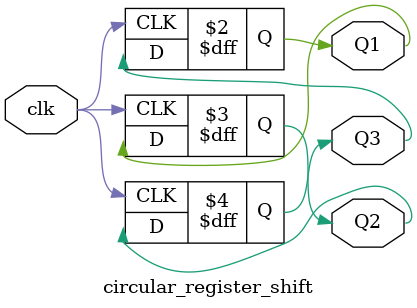
<source format=v>
module circular_register_shift (clk, Q1, Q2, Q3);
	input clk;
	
	output reg Q1, Q2, Q3;

	always @(posedge clk)
		begin
			Q1 <= Q3;
			Q2 <= Q1;
			Q3 <= Q2;
		end
	
endmodule
</source>
